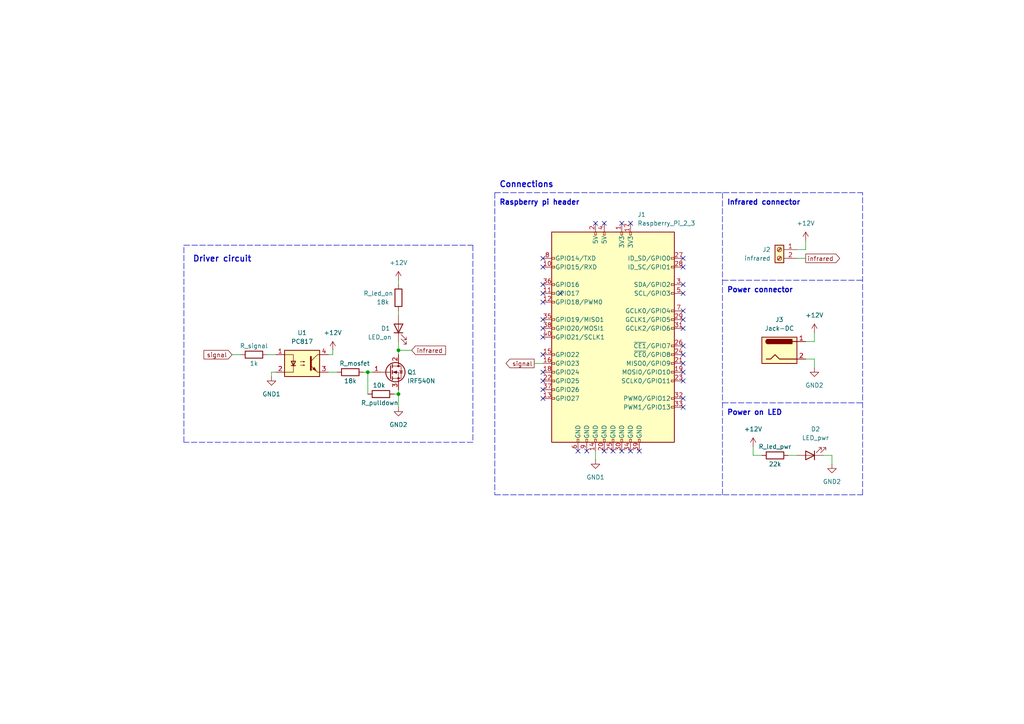
<source format=kicad_sch>
(kicad_sch (version 20211123) (generator eeschema)
  (paper "A4")
  (title_block (title "Infrared Driver") (date "2022-07-21") (rev "v2.1") (company "Jefferson Lopes"))
  (lib_symbols
    (symbol "Connector:Jack-DC" (pin_names (offset 1.016))
      (property "Reference" "J" (at 0 5.334 0))
      (property "Value" "Jack-DC" (at 0 -5.08 0))
      (symbol "Jack-DC_0_1"
        (rectangle (start -5.08 3.81) (end 5.08 -3.81) (stroke (width 0.254)) (fill (type background)))
        (arc (start -3.302 3.175) (mid -3.937 2.54) (end -3.302 1.905) (stroke (width 0.254)))
        (arc (start -3.302 3.175) (mid -3.937 2.54) (end -3.302 1.905) (stroke (width 0.254)) (fill (type outline)))
        (polyline (pts (xy 5.08 2.54) (xy 3.81 2.54)) (stroke (width 0.254)))
        (polyline (pts (xy -3.81 -2.54) (xy -2.54 -2.54) (xy -1.27 -1.27) (xy 0 -2.54) (xy 2.54 -2.54) (xy 5.08 -2.54)) (stroke (width 0.254)))
        (rectangle (start 3.683 3.175) (end -3.302 1.905) (stroke (width 0.254)) (fill (type outline)))
      )
      (symbol "Jack-DC_1_1"
        (pin passive line (at 7.62 2.54 180) (length 2.54) (name "~") (number "1"))
        (pin passive line (at 7.62 -2.54 180) (length 2.54) (name "~") (number "2"))
      )
    )
    (symbol "Connector:Raspberry_Pi_2_3" (pin_names (offset 1.016))
      (property "Reference" "J" (at -17.78 31.75 0))
      (property "Value" "Raspberry_Pi_2_3" (at 10.16 -31.75 0))
      (symbol "Raspberry_Pi_2_3_0_1"
        (rectangle (start -17.78 30.48) (end 17.78 -30.48) (stroke (width 0.254)) (fill (type background)))
      )
      (symbol "Raspberry_Pi_2_3_1_1"
        (rectangle (start -16.891 -17.526) (end -17.78 -18.034))
        (rectangle (start -16.891 -14.986) (end -17.78 -15.494))
        (rectangle (start -16.891 -12.446) (end -17.78 -12.954))
        (rectangle (start -16.891 -9.906) (end -17.78 -10.414))
        (rectangle (start -16.891 -7.366) (end -17.78 -7.874))
        (rectangle (start -16.891 -4.826) (end -17.78 -5.334))
        (rectangle (start -16.891 0.254) (end -17.78 -0.254))
        (rectangle (start -16.891 2.794) (end -17.78 2.286))
        (rectangle (start -16.891 5.334) (end -17.78 4.826))
        (rectangle (start -16.891 10.414) (end -17.78 9.906))
        (rectangle (start -16.891 12.954) (end -17.78 12.446))
        (rectangle (start -16.891 15.494) (end -17.78 14.986))
        (rectangle (start -16.891 20.574) (end -17.78 20.066))
        (rectangle (start -16.891 23.114) (end -17.78 22.606))
        (rectangle (start -10.414 -29.591) (end -9.906 -30.48))
        (rectangle (start -7.874 -29.591) (end -7.366 -30.48))
        (rectangle (start -5.334 -29.591) (end -4.826 -30.48))
        (rectangle (start -5.334 30.48) (end -4.826 29.591))
        (rectangle (start -2.794 -29.591) (end -2.286 -30.48))
        (rectangle (start -2.794 30.48) (end -2.286 29.591))
        (rectangle (start -0.254 -29.591) (end 0.254 -30.48))
        (rectangle (start 2.286 -29.591) (end 2.794 -30.48))
        (rectangle (start 2.286 30.48) (end 2.794 29.591))
        (rectangle (start 4.826 -29.591) (end 5.334 -30.48))
        (rectangle (start 4.826 30.48) (end 5.334 29.591))
        (rectangle (start 7.366 -29.591) (end 7.874 -30.48))
        (rectangle (start 17.78 -20.066) (end 16.891 -20.574))
        (rectangle (start 17.78 -17.526) (end 16.891 -18.034))
        (rectangle (start 17.78 -12.446) (end 16.891 -12.954))
        (rectangle (start 17.78 -9.906) (end 16.891 -10.414))
        (rectangle (start 17.78 -7.366) (end 16.891 -7.874))
        (rectangle (start 17.78 -4.826) (end 16.891 -5.334))
        (rectangle (start 17.78 -2.286) (end 16.891 -2.794))
        (rectangle (start 17.78 2.794) (end 16.891 2.286))
        (rectangle (start 17.78 5.334) (end 16.891 4.826))
        (rectangle (start 17.78 7.874) (end 16.891 7.366))
        (rectangle (start 17.78 12.954) (end 16.891 12.446))
        (rectangle (start 17.78 15.494) (end 16.891 14.986))
        (rectangle (start 17.78 20.574) (end 16.891 20.066))
        (rectangle (start 17.78 23.114) (end 16.891 22.606))
        (pin power_in line (at 2.54 33.02 270) (length 2.54) (name "3V3") (number "1"))
        (pin bidirectional line (at -20.32 20.32 0) (length 2.54) (name "GPIO15/RXD") (number "10"))
        (pin bidirectional line (at -20.32 12.7 0) (length 2.54) (name "GPIO17") (number "11"))
        (pin bidirectional line (at -20.32 10.16 0) (length 2.54) (name "GPIO18/PWM0") (number "12"))
        (pin bidirectional line (at -20.32 -17.78 0) (length 2.54) (name "GPIO27") (number "13"))
        (pin power_in line (at -5.08 -33.02 90) (length 2.54) (name "GND") (number "14"))
        (pin bidirectional line (at -20.32 -5.08 0) (length 2.54) (name "GPIO22") (number "15"))
        (pin bidirectional line (at -20.32 -7.62 0) (length 2.54) (name "GPIO23") (number "16"))
        (pin power_in line (at 5.08 33.02 270) (length 2.54) (name "3V3") (number "17"))
        (pin bidirectional line (at -20.32 -10.16 0) (length 2.54) (name "GPIO24") (number "18"))
        (pin bidirectional line (at 20.32 -10.16 180) (length 2.54) (name "MOSI0/GPIO10") (number "19"))
        (pin power_in line (at -5.08 33.02 270) (length 2.54) (name "5V") (number "2"))
        (pin power_in line (at -2.54 -33.02 90) (length 2.54) (name "GND") (number "20"))
        (pin bidirectional line (at 20.32 -7.62 180) (length 2.54) (name "MISO0/GPIO9") (number "21"))
        (pin bidirectional line (at -20.32 -12.7 0) (length 2.54) (name "GPIO25") (number "22"))
        (pin bidirectional line (at 20.32 -12.7 180) (length 2.54) (name "SCLK0/GPIO11") (number "23"))
        (pin bidirectional line (at 20.32 -5.08 180) (length 2.54) (name "~{CE0}/GPIO8") (number "24"))
        (pin power_in line (at 0 -33.02 90) (length 2.54) (name "GND") (number "25"))
        (pin bidirectional line (at 20.32 -2.54 180) (length 2.54) (name "~{CE1}/GPIO7") (number "26"))
        (pin bidirectional line (at 20.32 22.86 180) (length 2.54) (name "ID_SD/GPIO0") (number "27"))
        (pin bidirectional line (at 20.32 20.32 180) (length 2.54) (name "ID_SC/GPIO1") (number "28"))
        (pin bidirectional line (at 20.32 5.08 180) (length 2.54) (name "GCLK1/GPIO5") (number "29"))
        (pin bidirectional line (at 20.32 15.24 180) (length 2.54) (name "SDA/GPIO2") (number "3"))
        (pin power_in line (at 2.54 -33.02 90) (length 2.54) (name "GND") (number "30"))
        (pin bidirectional line (at 20.32 2.54 180) (length 2.54) (name "GCLK2/GPIO6") (number "31"))
        (pin bidirectional line (at 20.32 -17.78 180) (length 2.54) (name "PWM0/GPIO12") (number "32"))
        (pin bidirectional line (at 20.32 -20.32 180) (length 2.54) (name "PWM1/GPIO13") (number "33"))
        (pin power_in line (at 5.08 -33.02 90) (length 2.54) (name "GND") (number "34"))
        (pin bidirectional line (at -20.32 5.08 0) (length 2.54) (name "GPIO19/MISO1") (number "35"))
        (pin bidirectional line (at -20.32 15.24 0) (length 2.54) (name "GPIO16") (number "36"))
        (pin bidirectional line (at -20.32 -15.24 0) (length 2.54) (name "GPIO26") (number "37"))
        (pin bidirectional line (at -20.32 2.54 0) (length 2.54) (name "GPIO20/MOSI1") (number "38"))
        (pin power_in line (at 7.62 -33.02 90) (length 2.54) (name "GND") (number "39"))
        (pin power_in line (at -2.54 33.02 270) (length 2.54) (name "5V") (number "4"))
        (pin bidirectional line (at -20.32 0 0) (length 2.54) (name "GPIO21/SCLK1") (number "40"))
        (pin bidirectional line (at 20.32 12.7 180) (length 2.54) (name "SCL/GPIO3") (number "5"))
        (pin power_in line (at -10.16 -33.02 90) (length 2.54) (name "GND") (number "6"))
        (pin bidirectional line (at 20.32 7.62 180) (length 2.54) (name "GCLK0/GPIO4") (number "7"))
        (pin bidirectional line (at -20.32 22.86 0) (length 2.54) (name "GPIO14/TXD") (number "8"))
        (pin power_in line (at -7.62 -33.02 90) (length 2.54) (name "GND") (number "9"))
      )
    )
    (symbol "Connector:Screw_Terminal_01x02" (pin_names (offset 1.016) hide)
      (property "Reference" "J" (at 0 2.54 0))
      (property "Value" "Screw_Terminal_01x02" (at 0 -5.08 0))
      (symbol "Screw_Terminal_01x02_1_1"
        (rectangle (start -1.27 1.27) (end 1.27 -3.81) (stroke (width 0.254)) (fill (type background)))
        (circle (center 0 -2.54) (radius 0.635) (stroke (width 0.1524)))
        (polyline (pts (xy -0.5334 -2.2098) (xy 0.3302 -3.048)) (stroke (width 0.1524)))
        (polyline (pts (xy -0.5334 0.3302) (xy 0.3302 -0.508)) (stroke (width 0.1524)))
        (polyline (pts (xy -0.3556 -2.032) (xy 0.508 -2.8702)) (stroke (width 0.1524)))
        (polyline (pts (xy -0.3556 0.508) (xy 0.508 -0.3302)) (stroke (width 0.1524)))
        (circle (center 0 0) (radius 0.635) (stroke (width 0.1524)))
        (pin passive line (at -5.08 0 0) (length 3.81) (name "Pin_1") (number "1"))
        (pin passive line (at -5.08 -2.54 0) (length 3.81) (name "Pin_2") (number "2"))
      )
    )
    (symbol "Device:LED" (pin_numbers hide) (pin_names (offset 1.016) hide)
      (property "Reference" "D" (at 0 2.54 0))
      (property "Value" "LED" (at 0 -2.54 0))
      (symbol "LED_0_1"
        (polyline (pts (xy -1.27 -1.27) (xy -1.27 1.27)) (stroke (width 0.254)))
        (polyline (pts (xy -1.27 0) (xy 1.27 0)))
        (polyline (pts (xy 1.27 -1.27) (xy 1.27 1.27) (xy -1.27 0) (xy 1.27 -1.27)) (stroke (width 0.254)))
        (polyline (pts (xy -3.048 -0.762) (xy -4.572 -2.286) (xy -3.81 -2.286) (xy -4.572 -2.286) (xy -4.572 -1.524)))
        (polyline (pts (xy -1.778 -0.762) (xy -3.302 -2.286) (xy -2.54 -2.286) (xy -3.302 -2.286) (xy -3.302 -1.524)))
      )
      (symbol "LED_1_1"
        (pin passive line (at -3.81 0 0) (length 2.54) (name "K") (number "1"))
        (pin passive line (at 3.81 0 180) (length 2.54) (name "A") (number "2"))
      )
    )
    (symbol "Device:R" (pin_numbers hide) (pin_names (offset 0))
      (property "Reference" "R" (at 2.032 0 90))
      (property "Value" "R" (at 0 0 90))
      (symbol "R_0_1"
        (rectangle (start -1.016 -2.54) (end 1.016 2.54) (stroke (width 0.254)))
      )
      (symbol "R_1_1"
        (pin passive line (at 0 3.81 270) (length 1.27) (name "~") (number "1"))
        (pin passive line (at 0 -3.81 90) (length 1.27) (name "~") (number "2"))
      )
    )
    (symbol "Isolator:PC817" (pin_names (offset 1.016))
      (property "Reference" "U" (at -5.08 5.08 0))
      (property "Value" "PC817" (at 0 5.08 0))
      (symbol "PC817_0_1"
        (rectangle (start -5.08 3.81) (end 5.08 -3.81) (stroke (width 0.254)) (fill (type background)))
        (polyline (pts (xy -3.175 -0.635) (xy -1.905 -0.635)) (stroke (width 0.254)))
        (polyline (pts (xy 2.54 0.635) (xy 4.445 2.54)))
        (polyline (pts (xy 4.445 -2.54) (xy 2.54 -0.635)) (fill (type outline)))
        (polyline (pts (xy 4.445 -2.54) (xy 5.08 -2.54)))
        (polyline (pts (xy 4.445 2.54) (xy 5.08 2.54)))
        (polyline (pts (xy -5.08 2.54) (xy -2.54 2.54) (xy -2.54 -0.635)))
        (polyline (pts (xy -2.54 -0.635) (xy -2.54 -2.54) (xy -5.08 -2.54)))
        (polyline (pts (xy 2.54 1.905) (xy 2.54 -1.905) (xy 2.54 -1.905)) (stroke (width 0.508)))
        (polyline (pts (xy -2.54 -0.635) (xy -3.175 0.635) (xy -1.905 0.635) (xy -2.54 -0.635)) (stroke (width 0.254)))
        (polyline (pts (xy -0.508 -0.508) (xy 0.762 -0.508) (xy 0.381 -0.635) (xy 0.381 -0.381) (xy 0.762 -0.508)))
        (polyline (pts (xy -0.508 0.508) (xy 0.762 0.508) (xy 0.381 0.381) (xy 0.381 0.635) (xy 0.762 0.508)))
        (polyline (pts (xy 3.048 -1.651) (xy 3.556 -1.143) (xy 4.064 -2.159) (xy 3.048 -1.651) (xy 3.048 -1.651)) (fill (type outline)))
      )
      (symbol "PC817_1_1"
        (pin passive line (at -7.62 2.54 0) (length 2.54) (name "~") (number "1"))
        (pin passive line (at -7.62 -2.54 0) (length 2.54) (name "~") (number "2"))
        (pin passive line (at 7.62 -2.54 180) (length 2.54) (name "~") (number "3"))
        (pin passive line (at 7.62 2.54 180) (length 2.54) (name "~") (number "4"))
      )
    )
    (symbol "Transistor_FET:IRF540N" (pin_names hide)
      (property "Reference" "Q" (at 6.35 1.905 0))
      (property "Value" "IRF540N" (at 6.35 0 0))
      (symbol "IRF540N_0_1"
        (polyline (pts (xy 0.254 0) (xy -2.54 0)))
        (polyline (pts (xy 0.254 1.905) (xy 0.254 -1.905)) (stroke (width 0.254)))
        (polyline (pts (xy 0.762 -1.27) (xy 0.762 -2.286)) (stroke (width 0.254)))
        (polyline (pts (xy 0.762 0.508) (xy 0.762 -0.508)) (stroke (width 0.254)))
        (polyline (pts (xy 0.762 2.286) (xy 0.762 1.27)) (stroke (width 0.254)))
        (polyline (pts (xy 2.54 2.54) (xy 2.54 1.778)))
        (polyline (pts (xy 2.54 -2.54) (xy 2.54 0) (xy 0.762 0)))
        (polyline (pts (xy 0.762 -1.778) (xy 3.302 -1.778) (xy 3.302 1.778) (xy 0.762 1.778)))
        (polyline (pts (xy 1.016 0) (xy 2.032 0.381) (xy 2.032 -0.381) (xy 1.016 0)) (fill (type outline)))
        (polyline (pts (xy 2.794 0.508) (xy 2.921 0.381) (xy 3.683 0.381) (xy 3.81 0.254)))
        (polyline (pts (xy 3.302 0.381) (xy 2.921 -0.254) (xy 3.683 -0.254) (xy 3.302 0.381)))
        (circle (center 1.651 0) (radius 2.794) (stroke (width 0.254)))
        (circle (center 2.54 -1.778) (radius 0.254) (fill (type outline)))
        (circle (center 2.54 1.778) (radius 0.254) (fill (type outline)))
      )
      (symbol "IRF540N_1_1"
        (pin input line (at -5.08 0 0) (length 2.54) (name "G") (number "1"))
        (pin passive line (at 2.54 5.08 270) (length 2.54) (name "D") (number "2"))
        (pin passive line (at 2.54 -5.08 90) (length 2.54) (name "S") (number "3"))
      )
    )
    (symbol "power:+12V" (power) (pin_names (offset 0))
      (property "Value" "+12V" (at 0 3.556 0))
      (symbol "+12V_0_1"
        (polyline (pts (xy -0.762 1.27) (xy 0 2.54)))
        (polyline (pts (xy 0 0) (xy 0 2.54)))
        (polyline (pts (xy 0 2.54) (xy 0.762 1.27)))
      )
      (symbol "+12V_1_1"
        (pin power_in line (at 0 0 90) (length 0) hide (name "+12V") (number "1"))
      )
    )
    (symbol "power:GND1" (power) (pin_names (offset 0))
      (property "Value" "GND1" (at 0 -3.81 0))
      (symbol "GND1_0_1"
        (polyline (pts (xy 0 0) (xy 0 -1.27) (xy 1.27 -1.27) (xy 0 -2.54) (xy -1.27 -1.27) (xy 0 -1.27)))
      )
      (symbol "GND1_1_1"
        (pin power_in line (at 0 0 270) (length 0) hide (name "GND1") (number "1"))
      )
    )
    (symbol "power:GND2" (power) (pin_names (offset 0))
      (property "Value" "GND2" (at 0 -3.81 0))
      (symbol "GND2_0_1"
        (polyline (pts (xy 0 0) (xy 0 -1.27) (xy 1.27 -1.27) (xy 0 -2.54) (xy -1.27 -1.27) (xy 0 -1.27)))
      )
      (symbol "GND2_1_1"
        (pin power_in line (at 0 0 270) (length 0) hide (name "GND2") (number "1"))
      )
    )
  )
  (junction (at 106.68 107.95))
  (junction (at 115.57 101.6))
  (junction (at 115.57 114.3))
  (no_connect (at 172.72 64.77))
  (no_connect (at 198.12 77.47))
  (no_connect (at 175.26 64.77))
  (no_connect (at 182.88 64.77))
  (no_connect (at 198.12 100.33))
  (no_connect (at 198.12 82.55))
  (no_connect (at 198.12 74.93))
  (no_connect (at 157.48 113.03))
  (no_connect (at 157.48 115.57))
  (no_connect (at 157.48 110.49))
  (no_connect (at 157.48 107.95))
  (no_connect (at 182.88 130.81))
  (no_connect (at 185.42 130.81))
  (no_connect (at 177.8 130.81))
  (no_connect (at 180.34 130.81))
  (no_connect (at 175.26 130.81))
  (no_connect (at 170.18 130.81))
  (no_connect (at 167.64 130.81))
  (no_connect (at 198.12 92.71))
  (no_connect (at 180.34 64.77))
  (no_connect (at 198.12 85.09))
  (no_connect (at 162.56 85.09))
  (no_connect (at 157.48 85.09))
  (no_connect (at 157.48 87.63))
  (no_connect (at 157.48 82.55))
  (no_connect (at 157.48 77.47))
  (no_connect (at 157.48 74.93))
  (no_connect (at 157.48 97.79))
  (no_connect (at 157.48 95.25))
  (no_connect (at 157.48 102.87))
  (no_connect (at 157.48 92.71))
  (no_connect (at 198.12 118.11))
  (no_connect (at 198.12 115.57))
  (no_connect (at 198.12 105.41))
  (no_connect (at 198.12 107.95))
  (no_connect (at 198.12 110.49))
  (no_connect (at 198.12 90.17))
  (no_connect (at 198.12 102.87))
  (no_connect (at 198.12 95.25))
  (polyline (pts (xy 143.51 55.88) (xy 143.51 143.51)))
  (wire (pts (xy 115.57 101.6) (xy 115.57 102.87)))
  (wire (pts (xy 241.3 134.62) (xy 241.3 132.08)))
  (wire (pts (xy 95.25 102.87) (xy 96.52 102.87)))
  (wire (pts (xy 241.3 132.08) (xy 238.76 132.08)))
  (polyline (pts (xy 143.51 55.88) (xy 250.19 55.88)))
  (wire (pts (xy 106.68 107.95) (xy 107.95 107.95)))
  (polyline (pts (xy 209.55 55.88) (xy 209.55 99.06)))
  (wire (pts (xy 218.44 132.08) (xy 220.98 132.08)))
  (wire (pts (xy 233.68 74.93) (xy 231.14 74.93)))
  (wire (pts (xy 115.57 114.3) (xy 115.57 118.11)))
  (wire (pts (xy 233.68 72.39) (xy 231.14 72.39)))
  (polyline (pts (xy 209.55 116.84) (xy 250.19 116.84)))
  (wire (pts (xy 172.72 130.81) (xy 172.72 133.35)))
  (wire (pts (xy 96.52 102.87) (xy 96.52 101.6)))
  (wire (pts (xy 114.3 114.3) (xy 115.57 114.3)))
  (polyline (pts (xy 209.55 143.51) (xy 209.55 99.06)))
  (polyline (pts (xy 53.34 71.12) (xy 137.16 71.12)))
  (polyline (pts (xy 53.34 128.27) (xy 53.34 71.12)))
  (wire (pts (xy 115.57 90.17) (xy 115.57 91.44)))
  (wire (pts (xy 236.22 106.68) (xy 236.22 104.14)))
  (wire (pts (xy 106.68 107.95) (xy 106.68 114.3)))
  (wire (pts (xy 236.22 99.06) (xy 233.68 99.06)))
  (wire (pts (xy 233.68 69.85) (xy 233.68 72.39)))
  (polyline (pts (xy 137.16 128.27) (xy 53.34 128.27)))
  (wire (pts (xy 236.22 96.52) (xy 236.22 99.06)))
  (wire (pts (xy 228.6 132.08) (xy 231.14 132.08)))
  (polyline (pts (xy 250.19 143.51) (xy 250.19 55.88)))
  (wire (pts (xy 78.74 107.95) (xy 78.74 109.22)))
  (polyline (pts (xy 209.55 81.28) (xy 250.19 81.28)))
  (wire (pts (xy 154.94 105.41) (xy 157.48 105.41)))
  (wire (pts (xy 105.41 107.95) (xy 106.68 107.95)))
  (polyline (pts (xy 143.51 143.51) (xy 250.19 143.51)))
  (wire (pts (xy 95.25 107.95) (xy 97.79 107.95)))
  (wire (pts (xy 218.44 129.54) (xy 218.44 132.08)))
  (wire (pts (xy 115.57 113.03) (xy 115.57 114.3)))
  (wire (pts (xy 80.01 107.95) (xy 78.74 107.95)))
  (wire (pts (xy 115.57 99.06) (xy 115.57 101.6)))
  (wire (pts (xy 115.57 101.6) (xy 119.38 101.6)))
  (polyline (pts (xy 137.16 71.12) (xy 137.16 128.27)))
  (wire (pts (xy 115.57 81.28) (xy 115.57 82.55)))
  (wire (pts (xy 236.22 104.14) (xy 233.68 104.14)))
  (wire (pts (xy 77.47 102.87) (xy 80.01 102.87)))
  (wire (pts (xy 67.31 102.87) (xy 69.85 102.87)))
  (text "Driver circuit" (at 55.88 76.2 0) (effects (font (size 1.7 1.7) (thickness 0.3) bold) (justify left bottom)))
  (text "Connections" (at 144.78 54.61 0) (effects (font (size 1.7 1.7) (thickness 0.3) bold) (justify left bottom)))
  (text "Power on LED" (at 210.82 120.65 0) (effects (font (size 1.5 1.5) (thickness 0.3) bold) (justify left bottom)))
  (text "Power connector" (at 210.82 85.09 0) (effects (font (size 1.5 1.5) (thickness 0.3) bold) (justify left bottom)))
  (text "Infrared connector" (at 210.82 59.69 0) (effects (font (size 1.5 1.5) (thickness 0.3) bold) (justify left bottom)))
  (text "Raspberry pi header" (at 144.78 59.69 0) (effects (font (size 1.5 1.5) (thickness 0.3) bold) (justify left bottom)))
  (global_label "infrared" (shape input) (at 119.38 101.6 0) (property "Intersheet References" "${INTERSHEET_REFS}" (effects hide)))
  (global_label "signal" (shape input) (at 67.31 102.87 180) (property "Intersheet References" "${INTERSHEET_REFS}" (effects hide)))
  (global_label "signal" (shape output) (at 154.94 105.41 180) (property "Intersheet References" "${INTERSHEET_REFS}" (effects hide)))
  (global_label "infrared" (shape output) (at 233.68 74.93 0) (property "Intersheet References" "${INTERSHEET_REFS}" (effects hide)))
  (symbol (lib_id "power:+12V") (at 96.52 101.6 0) (unit 1)
    (property "Reference" "#PWR04" (effects hide))
    (property "Value" "+12V" (at 96.52 96.52 0))
  )
  (symbol (lib_id "power:GND2") (at 115.57 118.11 0) (unit 1)
    (property "Reference" "#PWR03" (effects hide))
    (property "Value" "GND2" (at 115.57 123.19 0))
  )
  (symbol (lib_id "Device:R") (at 224.79 132.08 90) (unit 1)
    (property "Reference" "R_led_pwr" (at 224.79 129.54 90))
    (property "Value" "22k" (at 224.79 134.62 90))
  )
  (symbol (lib_id "power:+12V") (at 233.68 69.85 0) (unit 1)
    (property "Reference" "#PWR?" (effects hide))
    (property "Value" "+12V" (at 233.68 64.77 0))
  )
  (symbol (lib_id "power:+12V") (at 218.44 129.54 0) (unit 1)
    (property "Reference" "#PWR06" (effects hide))
    (property "Value" "+12V" (at 218.44 124.46 0))
  )
  (symbol (lib_id "power:+12V") (at 236.22 96.52 0) (unit 1)
    (property "Reference" "#PWR07" (effects hide))
    (property "Value" "+12V" (at 236.22 91.44 0))
  )
  (symbol (lib_id "Device:LED") (at 115.57 95.25 90) (unit 1)
    (property "Reference" "D1" (at 110.49 95.25 90) (effects (justify right)))
    (property "Value" "LED_on" (at 106.68 97.79 90) (effects (justify right)))
  )
  (symbol (lib_id "Device:R") (at 101.6 107.95 90) (unit 1)
    (property "Reference" "R_mosfet" (at 102.87 105.41 90))
    (property "Value" "18k" (at 101.6 110.49 90))
  )
  (symbol (lib_id "power:GND2") (at 241.3 134.62 0) (unit 1)
    (property "Reference" "#PWR09" (effects hide))
    (property "Value" "GND2" (at 241.3 139.7 0))
  )
  (symbol (lib_id "power:GND2") (at 236.22 106.68 0) (unit 1)
    (property "Reference" "#PWR08" (effects hide))
    (property "Value" "GND2" (at 236.22 111.76 0))
  )
  (symbol (lib_id "Connector:Screw_Terminal_01x02") (at 226.06 72.39 0) (mirror y) (unit 1)
    (property "Reference" "J2" (at 223.52 72.3899 0) (effects (justify left)))
    (property "Value" "infrared" (at 223.52 74.9299 0) (effects (justify left)))
  )
  (symbol (lib_id "Device:LED") (at 234.95 132.08 180) (unit 1)
    (property "Reference" "D2" (at 236.5375 124.46 0))
    (property "Value" "LED_pwr" (at 236.5375 127 0))
  )
  (symbol (lib_id "power:GND1") (at 172.72 133.35 0) (unit 1)
    (property "Reference" "#PWR05" (effects hide))
    (property "Value" "GND1" (at 172.72 138.43 0))
  )
  (symbol (lib_id "Device:R") (at 110.49 114.3 90) (unit 1)
    (property "Reference" "R_pulldown" (at 115.57 116.84 90) (effects (justify left)))
    (property "Value" "10k" (at 111.76 111.76 90) (effects (justify left)))
  )
  (symbol (lib_id "Device:R") (at 73.66 102.87 90) (unit 1)
    (property "Reference" "R_signal" (at 73.66 100.33 90))
    (property "Value" "1k" (at 73.66 105.41 90))
  )
  (symbol (lib_id "power:+12V") (at 115.57 81.28 0) (unit 1)
    (property "Reference" "#PWR02" (effects hide))
    (property "Value" "+12V" (at 115.57 76.2 0))
  )
  (symbol (lib_id "Connector:Jack-DC") (at 226.06 101.6 0) (unit 1)
    (property "Reference" "J3" (at 226.06 92.71 0))
    (property "Value" "Jack-DC" (at 226.06 95.25 0))
  )
  (symbol (lib_id "Device:R") (at 115.57 86.36 0) (unit 1)
    (property "Reference" "R_led_on" (at 105.41 85.09 0) (effects (justify left)))
    (property "Value" "18k" (at 109.22 87.63 0) (effects (justify left)))
  )
  (symbol (lib_id "power:GND1") (at 78.74 109.22 0) (unit 1)
    (property "Reference" "#PWR01" (effects hide))
    (property "Value" "GND1" (at 78.74 114.3 0))
  )
  (symbol (lib_id "Transistor_FET:IRF540N") (at 113.03 107.95 0) (unit 1)
    (property "Reference" "Q1" (at 118.11 107.95 0) (effects (justify left)))
    (property "Value" "IRF540N" (at 118.11 110.49 0) (effects (justify left)))
    (property "Footprint" "Package_TO_SOT_THT:TO-220-3_Vertical" (effects hide))
    (property "Datasheet" "http://www.irf.com/product-info/datasheets/data/irf540n.pdf" (effects hide))
  )
  (symbol (lib_id "Isolator:PC817") (at 87.63 105.41 0) (unit 1)
    (property "Reference" "U1" (at 87.63 96.52 0))
    (property "Value" "PC817" (at 87.63 99.06 0))
    (property "Footprint" "Package_DIP:DIP-4_W7.62mm" (effects hide))
    (property "Datasheet" "http://www.soselectronic.cz/a_info/resource/d/pc817.pdf" (effects hide))
  )
  (symbol (lib_id "Connector:Raspberry_Pi_2_3") (at 177.8 97.79 0) (unit 1)
    (property "Reference" "J1" (at 184.8994 62.23 0) (effects (justify left)))
    (property "Value" "Raspberry_Pi_2_3" (at 184.8994 64.77 0) (effects (justify left)))
    (property "Footprint" "Connector_PinSocket_2.54mm:PinSocket_2x20_P2.54mm_Vertical" (effects hide))
    (property "Datasheet" "https://www.raspberrypi.org/documentation/hardware/raspberrypi/schematics/rpi_SCH_3bplus_1p0_reduced.pdf" (effects hide))
  )
)
</source>
